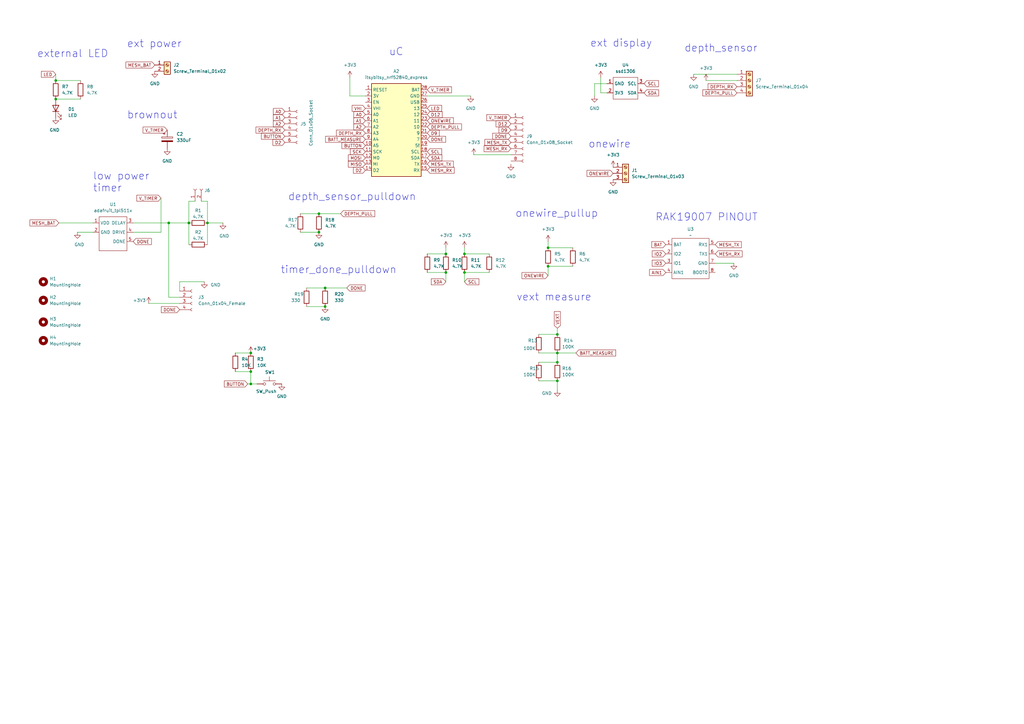
<source format=kicad_sch>
(kicad_sch (version 20231120) (generator "eeschema") (generator_version "8.0")
  (paper "A3")
  (lib_symbols
    (symbol "Connector:Conn_01x02_Socket" (pin_names (offset 1.016) hide)
      (property "Reference" "J" (at 0 2.54 0))
      (property "Value" "Conn_01x02_Socket" (at 0 -5.08 0))
      (symbol "Conn_01x02_Socket_1_1"
        (arc (start 0 -2.032) (mid -0.5058 -2.54) (end 0 -3.048) (stroke (width 0.1524)))
        (polyline (pts (xy -1.27 -2.54) (xy -0.508 -2.54)) (stroke (width 0.1524)))
        (polyline (pts (xy -1.27 0) (xy -0.508 0)) (stroke (width 0.1524)))
        (arc (start 0 0.508) (mid -0.5058 0) (end 0 -0.508) (stroke (width 0.1524)))
        (pin passive line (at -5.08 0 0) (length 3.81) (name "Pin_1") (number "1"))
        (pin passive line (at -5.08 -2.54 0) (length 3.81) (name "Pin_2") (number "2"))
      )
    )
    (symbol "Connector:Conn_01x04_Female" (pin_names (offset 1.016) hide)
      (property "Reference" "J" (at 0 5.08 0))
      (property "Value" "Conn_01x04_Female" (at 0 -7.62 0))
      (symbol "Conn_01x04_Female_1_1"
        (arc (start 0 -4.572) (mid -0.5058 -5.08) (end 0 -5.588) (stroke (width 0.1524)))
        (arc (start 0 -2.032) (mid -0.5058 -2.54) (end 0 -3.048) (stroke (width 0.1524)))
        (polyline (pts (xy -1.27 -5.08) (xy -0.508 -5.08)) (stroke (width 0.1524)))
        (polyline (pts (xy -1.27 -2.54) (xy -0.508 -2.54)) (stroke (width 0.1524)))
        (polyline (pts (xy -1.27 0) (xy -0.508 0)) (stroke (width 0.1524)))
        (polyline (pts (xy -1.27 2.54) (xy -0.508 2.54)) (stroke (width 0.1524)))
        (arc (start 0 0.508) (mid -0.5058 0) (end 0 -0.508) (stroke (width 0.1524)))
        (arc (start 0 3.048) (mid -0.5058 2.54) (end 0 2.032) (stroke (width 0.1524)))
        (pin passive line (at -5.08 2.54 0) (length 3.81) (name "Pin_1") (number "1"))
        (pin passive line (at -5.08 0 0) (length 3.81) (name "Pin_2") (number "2"))
        (pin passive line (at -5.08 -2.54 0) (length 3.81) (name "Pin_3") (number "3"))
        (pin passive line (at -5.08 -5.08 0) (length 3.81) (name "Pin_4") (number "4"))
      )
    )
    (symbol "Connector:Conn_01x06_Socket" (pin_names (offset 1.016) hide)
      (property "Reference" "J" (at 0 7.62 0))
      (property "Value" "Conn_01x06_Socket" (at 0 -10.16 0))
      (symbol "Conn_01x06_Socket_1_1"
        (arc (start 0 -7.112) (mid -0.5058 -7.62) (end 0 -8.128) (stroke (width 0.1524)))
        (arc (start 0 -4.572) (mid -0.5058 -5.08) (end 0 -5.588) (stroke (width 0.1524)))
        (arc (start 0 -2.032) (mid -0.5058 -2.54) (end 0 -3.048) (stroke (width 0.1524)))
        (polyline (pts (xy -1.27 -7.62) (xy -0.508 -7.62)) (stroke (width 0.1524)))
        (polyline (pts (xy -1.27 -5.08) (xy -0.508 -5.08)) (stroke (width 0.1524)))
        (polyline (pts (xy -1.27 -2.54) (xy -0.508 -2.54)) (stroke (width 0.1524)))
        (polyline (pts (xy -1.27 0) (xy -0.508 0)) (stroke (width 0.1524)))
        (polyline (pts (xy -1.27 2.54) (xy -0.508 2.54)) (stroke (width 0.1524)))
        (polyline (pts (xy -1.27 5.08) (xy -0.508 5.08)) (stroke (width 0.1524)))
        (arc (start 0 0.508) (mid -0.5058 0) (end 0 -0.508) (stroke (width 0.1524)))
        (arc (start 0 3.048) (mid -0.5058 2.54) (end 0 2.032) (stroke (width 0.1524)))
        (arc (start 0 5.588) (mid -0.5058 5.08) (end 0 4.572) (stroke (width 0.1524)))
        (pin passive line (at -5.08 5.08 0) (length 3.81) (name "Pin_1") (number "1"))
        (pin passive line (at -5.08 2.54 0) (length 3.81) (name "Pin_2") (number "2"))
        (pin passive line (at -5.08 0 0) (length 3.81) (name "Pin_3") (number "3"))
        (pin passive line (at -5.08 -2.54 0) (length 3.81) (name "Pin_4") (number "4"))
        (pin passive line (at -5.08 -5.08 0) (length 3.81) (name "Pin_5") (number "5"))
        (pin passive line (at -5.08 -7.62 0) (length 3.81) (name "Pin_6") (number "6"))
      )
    )
    (symbol "Connector:Conn_01x08_Socket" (pin_names (offset 1.016) hide)
      (property "Reference" "J" (at 0 10.16 0))
      (property "Value" "Conn_01x08_Socket" (at 0 -12.7 0))
      (symbol "Conn_01x08_Socket_1_1"
        (arc (start 0 -9.652) (mid -0.5058 -10.16) (end 0 -10.668) (stroke (width 0.1524)))
        (arc (start 0 -7.112) (mid -0.5058 -7.62) (end 0 -8.128) (stroke (width 0.1524)))
        (arc (start 0 -4.572) (mid -0.5058 -5.08) (end 0 -5.588) (stroke (width 0.1524)))
        (arc (start 0 -2.032) (mid -0.5058 -2.54) (end 0 -3.048) (stroke (width 0.1524)))
        (polyline (pts (xy -1.27 -10.16) (xy -0.508 -10.16)) (stroke (width 0.1524)))
        (polyline (pts (xy -1.27 -7.62) (xy -0.508 -7.62)) (stroke (width 0.1524)))
        (polyline (pts (xy -1.27 -5.08) (xy -0.508 -5.08)) (stroke (width 0.1524)))
        (polyline (pts (xy -1.27 -2.54) (xy -0.508 -2.54)) (stroke (width 0.1524)))
        (polyline (pts (xy -1.27 0) (xy -0.508 0)) (stroke (width 0.1524)))
        (polyline (pts (xy -1.27 2.54) (xy -0.508 2.54)) (stroke (width 0.1524)))
        (polyline (pts (xy -1.27 5.08) (xy -0.508 5.08)) (stroke (width 0.1524)))
        (polyline (pts (xy -1.27 7.62) (xy -0.508 7.62)) (stroke (width 0.1524)))
        (arc (start 0 0.508) (mid -0.5058 0) (end 0 -0.508) (stroke (width 0.1524)))
        (arc (start 0 3.048) (mid -0.5058 2.54) (end 0 2.032) (stroke (width 0.1524)))
        (arc (start 0 5.588) (mid -0.5058 5.08) (end 0 4.572) (stroke (width 0.1524)))
        (arc (start 0 8.128) (mid -0.5058 7.62) (end 0 7.112) (stroke (width 0.1524)))
        (pin passive line (at -5.08 7.62 0) (length 3.81) (name "Pin_1") (number "1"))
        (pin passive line (at -5.08 5.08 0) (length 3.81) (name "Pin_2") (number "2"))
        (pin passive line (at -5.08 2.54 0) (length 3.81) (name "Pin_3") (number "3"))
        (pin passive line (at -5.08 0 0) (length 3.81) (name "Pin_4") (number "4"))
        (pin passive line (at -5.08 -2.54 0) (length 3.81) (name "Pin_5") (number "5"))
        (pin passive line (at -5.08 -5.08 0) (length 3.81) (name "Pin_6") (number "6"))
        (pin passive line (at -5.08 -7.62 0) (length 3.81) (name "Pin_7") (number "7"))
        (pin passive line (at -5.08 -10.16 0) (length 3.81) (name "Pin_8") (number "8"))
      )
    )
    (symbol "Connector:Screw_Terminal_01x02" (pin_names (offset 1.016) hide)
      (property "Reference" "J" (at 0 2.54 0))
      (property "Value" "Screw_Terminal_01x02" (at 0 -5.08 0))
      (symbol "Screw_Terminal_01x02_1_1"
        (rectangle (start -1.27 1.27) (end 1.27 -3.81) (stroke (width 0.254)) (fill (type background)))
        (circle (center 0 -2.54) (radius 0.635) (stroke (width 0.1524)))
        (polyline (pts (xy -0.5334 -2.2098) (xy 0.3302 -3.048)) (stroke (width 0.1524)))
        (polyline (pts (xy -0.5334 0.3302) (xy 0.3302 -0.508)) (stroke (width 0.1524)))
        (polyline (pts (xy -0.3556 -2.032) (xy 0.508 -2.8702)) (stroke (width 0.1524)))
        (polyline (pts (xy -0.3556 0.508) (xy 0.508 -0.3302)) (stroke (width 0.1524)))
        (circle (center 0 0) (radius 0.635) (stroke (width 0.1524)))
        (pin passive line (at -5.08 0 0) (length 3.81) (name "Pin_1") (number "1"))
        (pin passive line (at -5.08 -2.54 0) (length 3.81) (name "Pin_2") (number "2"))
      )
    )
    (symbol "Connector:Screw_Terminal_01x03" (pin_names (offset 1.016) hide)
      (property "Reference" "J" (at 0 5.08 0))
      (property "Value" "Screw_Terminal_01x03" (at 0 -5.08 0))
      (symbol "Screw_Terminal_01x03_1_1"
        (rectangle (start -1.27 3.81) (end 1.27 -3.81) (stroke (width 0.254)) (fill (type background)))
        (circle (center 0 -2.54) (radius 0.635) (stroke (width 0.1524)))
        (polyline (pts (xy -0.5334 -2.2098) (xy 0.3302 -3.048)) (stroke (width 0.1524)))
        (polyline (pts (xy -0.5334 0.3302) (xy 0.3302 -0.508)) (stroke (width 0.1524)))
        (polyline (pts (xy -0.5334 2.8702) (xy 0.3302 2.032)) (stroke (width 0.1524)))
        (polyline (pts (xy -0.3556 -2.032) (xy 0.508 -2.8702)) (stroke (width 0.1524)))
        (polyline (pts (xy -0.3556 0.508) (xy 0.508 -0.3302)) (stroke (width 0.1524)))
        (polyline (pts (xy -0.3556 3.048) (xy 0.508 2.2098)) (stroke (width 0.1524)))
        (circle (center 0 0) (radius 0.635) (stroke (width 0.1524)))
        (circle (center 0 2.54) (radius 0.635) (stroke (width 0.1524)))
        (pin passive line (at -5.08 2.54 0) (length 3.81) (name "Pin_1") (number "1"))
        (pin passive line (at -5.08 0 0) (length 3.81) (name "Pin_2") (number "2"))
        (pin passive line (at -5.08 -2.54 0) (length 3.81) (name "Pin_3") (number "3"))
      )
    )
    (symbol "Connector:Screw_Terminal_01x04" (pin_names (offset 1.016) hide)
      (property "Reference" "J" (at 0 5.08 0))
      (property "Value" "Screw_Terminal_01x04" (at 0 -7.62 0))
      (symbol "Screw_Terminal_01x04_1_1"
        (rectangle (start -1.27 3.81) (end 1.27 -6.35) (stroke (width 0.254)) (fill (type background)))
        (circle (center 0 -5.08) (radius 0.635) (stroke (width 0.1524)))
        (circle (center 0 -2.54) (radius 0.635) (stroke (width 0.1524)))
        (polyline (pts (xy -0.5334 -4.7498) (xy 0.3302 -5.588)) (stroke (width 0.1524)))
        (polyline (pts (xy -0.5334 -2.2098) (xy 0.3302 -3.048)) (stroke (width 0.1524)))
        (polyline (pts (xy -0.5334 0.3302) (xy 0.3302 -0.508)) (stroke (width 0.1524)))
        (polyline (pts (xy -0.5334 2.8702) (xy 0.3302 2.032)) (stroke (width 0.1524)))
        (polyline (pts (xy -0.3556 -4.572) (xy 0.508 -5.4102)) (stroke (width 0.1524)))
        (polyline (pts (xy -0.3556 -2.032) (xy 0.508 -2.8702)) (stroke (width 0.1524)))
        (polyline (pts (xy -0.3556 0.508) (xy 0.508 -0.3302)) (stroke (width 0.1524)))
        (polyline (pts (xy -0.3556 3.048) (xy 0.508 2.2098)) (stroke (width 0.1524)))
        (circle (center 0 0) (radius 0.635) (stroke (width 0.1524)))
        (circle (center 0 2.54) (radius 0.635) (stroke (width 0.1524)))
        (pin passive line (at -5.08 2.54 0) (length 3.81) (name "Pin_1") (number "1"))
        (pin passive line (at -5.08 0 0) (length 3.81) (name "Pin_2") (number "2"))
        (pin passive line (at -5.08 -2.54 0) (length 3.81) (name "Pin_3") (number "3"))
        (pin passive line (at -5.08 -5.08 0) (length 3.81) (name "Pin_4") (number "4"))
      )
    )
    (symbol "Device:C_Polarized" (pin_numbers hide) (pin_names (offset 0.254))
      (property "Reference" "C" (at 0.635 2.54 0))
      (property "Value" "C_Polarized" (at 0.635 -2.54 0))
      (symbol "C_Polarized_0_1"
        (rectangle (start -2.286 0.508) (end 2.286 1.016))
        (polyline (pts (xy -1.778 2.286) (xy -0.762 2.286)))
        (polyline (pts (xy -1.27 2.794) (xy -1.27 1.778)))
        (rectangle (start 2.286 -0.508) (end -2.286 -1.016) (fill (type outline)))
      )
      (symbol "C_Polarized_1_1"
        (pin passive line (at 0 3.81 270) (length 2.794) (name "~") (number "1"))
        (pin passive line (at 0 -3.81 90) (length 2.794) (name "~") (number "2"))
      )
    )
    (symbol "Device:LED" (pin_numbers hide) (pin_names (offset 1.016) hide)
      (property "Reference" "D" (at 0 2.54 0))
      (property "Value" "LED" (at 0 -2.54 0))
      (symbol "LED_0_1"
        (polyline (pts (xy -1.27 -1.27) (xy -1.27 1.27)) (stroke (width 0.254)))
        (polyline (pts (xy -1.27 0) (xy 1.27 0)))
        (polyline (pts (xy 1.27 -1.27) (xy 1.27 1.27) (xy -1.27 0) (xy 1.27 -1.27)) (stroke (width 0.254)))
        (polyline (pts (xy -3.048 -0.762) (xy -4.572 -2.286) (xy -3.81 -2.286) (xy -4.572 -2.286) (xy -4.572 -1.524)))
        (polyline (pts (xy -1.778 -0.762) (xy -3.302 -2.286) (xy -2.54 -2.286) (xy -3.302 -2.286) (xy -3.302 -1.524)))
      )
      (symbol "LED_1_1"
        (pin passive line (at -3.81 0 0) (length 2.54) (name "K") (number "1"))
        (pin passive line (at 3.81 0 180) (length 2.54) (name "A") (number "2"))
      )
    )
    (symbol "Device:R" (pin_numbers hide) (pin_names (offset 0))
      (property "Reference" "R" (at 2.032 0 90))
      (property "Value" "R" (at 0 0 90))
      (symbol "R_0_1"
        (rectangle (start -1.016 -2.54) (end 1.016 2.54) (stroke (width 0.254)))
      )
      (symbol "R_1_1"
        (pin passive line (at 0 3.81 270) (length 1.27) (name "~") (number "1"))
        (pin passive line (at 0 -3.81 90) (length 1.27) (name "~") (number "2"))
      )
    )
    (symbol "GND_11" (power) (pin_names (offset 0))
      (property "Value" "GND_11" (at 0 -3.81 0))
      (symbol "GND_11_0_1"
        (polyline (pts (xy 0 0) (xy 0 -1.27) (xy 1.27 -1.27) (xy 0 -2.54) (xy -1.27 -1.27) (xy 0 -1.27)))
      )
      (symbol "GND_11_1_1"
        (pin power_in line (at 0 0 270) (length 0) hide (name "GND") (number "1"))
      )
    )
    (symbol "GND_2" (power) (pin_names (offset 0))
      (property "Value" "GND_2" (at 0 -3.81 0))
      (symbol "GND_2_0_1"
        (polyline (pts (xy 0 0) (xy 0 -1.27) (xy 1.27 -1.27) (xy 0 -2.54) (xy -1.27 -1.27) (xy 0 -1.27)))
      )
      (symbol "GND_2_1_1"
        (pin power_in line (at 0 0 270) (length 0) hide (name "GND") (number "1"))
      )
    )
    (symbol "Mechanical:MountingHole" (pin_names (offset 1.016))
      (property "Reference" "H" (at 0 5.08 0))
      (property "Value" "MountingHole" (at 0 3.175 0))
      (symbol "MountingHole_0_1"
        (circle (center 0 0) (radius 1.27) (stroke (width 1.27)))
      )
    )
    (symbol "Switch:SW_Push" (pin_numbers hide) (pin_names (offset 1.016) hide)
      (property "Reference" "SW" (at 1.27 2.54 0))
      (property "Value" "SW_Push" (at 0 -1.524 0))
      (symbol "SW_Push_0_1"
        (circle (center -2.032 0) (radius 0.508))
        (polyline (pts (xy 0 1.27) (xy 0 3.048)))
        (polyline (pts (xy 2.54 1.27) (xy -2.54 1.27)))
        (circle (center 2.032 0) (radius 0.508))
        (pin passive line (at -5.08 0 0) (length 2.54) (name "1") (number "1"))
        (pin passive line (at 5.08 0 180) (length 2.54) (name "2") (number "2"))
      )
    )
    (symbol "lucc:itsybitsy_nrf52840_express"
      (property "Reference" "A" (at -10.16 28.575 0))
      (property "Value" "itsybitsy_nrf52840_express" (at -5.842 29.718 0))
      (symbol "itsybitsy_nrf52840_express_0_1"
        (rectangle (start -10.16 22.86) (end 10.16 -15.24) (stroke (width 0.254)) (fill (type background)))
      )
      (symbol "itsybitsy_nrf52840_express_1_1"
        (pin bidirectional line (at -12.7 20.32 0) (length 2.54) (name "RESET") (number "1"))
        (pin bidirectional line (at -12.7 -2.54 0) (length 2.54) (name "A5") (number "10"))
        (pin bidirectional line (at -12.7 -5.08 0) (length 2.54) (name "SCK") (number "11"))
        (pin bidirectional line (at -12.7 -7.62 0) (length 2.54) (name "M0") (number "12"))
        (pin bidirectional line (at -12.7 -10.16 0) (length 2.54) (name "MI") (number "13"))
        (pin bidirectional line (at -12.7 -12.7 0) (length 2.54) (name "D2") (number "14"))
        (pin bidirectional line (at 12.7 -12.7 180) (length 2.54) (name "RX") (number "15"))
        (pin bidirectional line (at 12.7 -10.16 180) (length 2.54) (name "TX") (number "16"))
        (pin bidirectional line (at 12.7 -7.62 180) (length 2.54) (name "SDA") (number "17"))
        (pin bidirectional line (at 12.7 -5.08 180) (length 2.54) (name "SCL") (number "18"))
        (pin bidirectional line (at 12.7 -2.54 180) (length 2.54) (name "5!") (number "19"))
        (pin bidirectional line (at -12.7 17.78 0) (length 2.54) (name "3V") (number "2"))
        (pin bidirectional line (at 12.7 0 180) (length 2.54) (name "7") (number "20"))
        (pin bidirectional line (at 12.7 2.54 180) (length 2.54) (name "9") (number "21"))
        (pin bidirectional line (at 12.7 5.08 180) (length 2.54) (name "10") (number "22"))
        (pin bidirectional line (at 12.7 7.62 180) (length 2.54) (name "11") (number "23"))
        (pin bidirectional line (at 12.7 10.16 180) (length 2.54) (name "12") (number "24"))
        (pin input line (at 12.7 12.7 180) (length 2.54) (name "13") (number "25"))
        (pin input line (at 12.7 15.24 180) (length 2.54) (name "USB") (number "26"))
        (pin input line (at 12.7 17.78 180) (length 2.54) (name "GND") (number "27"))
        (pin input line (at 12.7 20.32 180) (length 2.54) (name "BAT") (number "28"))
        (pin bidirectional line (at -12.7 15.24 0) (length 2.54) (name "EN") (number "3"))
        (pin bidirectional line (at -12.7 12.7 0) (length 2.54) (name "VHI") (number "4"))
        (pin bidirectional line (at -12.7 10.16 0) (length 2.54) (name "A0") (number "5"))
        (pin bidirectional line (at -12.7 7.62 0) (length 2.54) (name "A1") (number "6"))
        (pin bidirectional line (at -12.7 5.08 0) (length 2.54) (name "A2") (number "7"))
        (pin bidirectional line (at -12.7 2.54 0) (length 2.54) (name "A3") (number "8"))
        (pin bidirectional line (at -12.7 0 0) (length 2.54) (name "A4") (number "9"))
      )
    )
    (symbol "picoco2:ssd1306"
      (property "Reference" "U" (at 0 0 0))
      (property "Value" "ssd1306" (at 0 0 0))
      (symbol "ssd1306_0_1"
        (rectangle (start 3.81 -1.27) (end -6.35 -10.16))
      )
      (symbol "ssd1306_1_1"
        (pin input line (at -8.89 -3.81 0) (length 2.54) (name "GND") (number "1"))
        (pin input line (at -8.89 -7.62 0) (length 2.54) (name "3V3") (number "2"))
        (pin input line (at 6.35 -3.81 180) (length 2.54) (name "SCL") (number "3"))
        (pin input line (at 6.35 -7.62 180) (length 2.54) (name "SDA") (number "4"))
      )
    )
    (symbol "power:+3V3" (power) (pin_names (offset 0))
      (property "Value" "+3V3" (at 0 3.556 0))
      (symbol "+3V3_0_1"
        (polyline (pts (xy -0.762 1.27) (xy 0 2.54)))
        (polyline (pts (xy 0 0) (xy 0 2.54)))
        (polyline (pts (xy 0 2.54) (xy 0.762 1.27)))
      )
      (symbol "+3V3_1_1"
        (pin power_in line (at 0 0 90) (length 0) hide (name "+3V3") (number "1"))
      )
    )
    (symbol "power:GND" (power) (pin_names (offset 0))
      (property "Value" "GND" (at 0 -3.81 0))
      (symbol "GND_0_1"
        (polyline (pts (xy 0 0) (xy 0 -1.27) (xy 1.27 -1.27) (xy 0 -2.54) (xy -1.27 -1.27) (xy 0 -1.27)))
      )
      (symbol "GND_1_1"
        (pin power_in line (at 0 0 270) (length 0) hide (name "GND") (number "1"))
      )
    )
    (symbol "rak19007:rak19007"
      (property "Reference" "U" (at -2.032 5.842 0))
      (symbol "rak19007_0_1"
        (rectangle (start -7.62 3.81) (end 7.62 -12.7))
      )
      (symbol "rak19007_1_1"
        (pin input line (at -10.16 1.27 0) (length 2.54) (name "BAT") (number "1"))
        (pin input line (at -10.16 -2.54 0) (length 2.54) (name "IO2") (number "2"))
        (pin input line (at -10.16 -6.35 0) (length 2.54) (name "IO1") (number "3"))
        (pin input line (at -10.16 -10.16 0) (length 2.54) (name "AIN1") (number "4"))
        (pin input line (at 10.16 1.27 180) (length 2.54) (name "RX1") (number "5"))
        (pin input line (at 10.16 -2.54 180) (length 2.54) (name "TX1") (number "6"))
        (pin input line (at 10.16 -6.35 180) (length 2.54) (name "GND") (number "7"))
        (pin input line (at 10.16 -10.16 180) (length 2.54) (name "BOOT0") (number "8"))
      )
    )
    (symbol "sweet-p:adafruit_tpl511x"
      (property "Reference" "U" (at 0 10.16 0))
      (property "Value" "adafruit_tpl511x" (at 0 3.81 0))
      (symbol "adafruit_tpl511x_0_1"
        (rectangle (start -5.08 1.27) (end 6.35 -12.7))
      )
      (symbol "adafruit_tpl511x_1_1"
        (pin input line (at -7.62 -1.27 0) (length 2.54) (name "VDD") (number "1"))
        (pin input line (at -7.62 -5.08 0) (length 2.54) (name "GND") (number "2"))
        (pin input line (at 8.89 -1.27 180) (length 2.54) (name "DELAY") (number "3"))
        (pin input line (at 8.89 -5.08 180) (length 2.54) (name "DRIVE") (number "4"))
        (pin input line (at 8.89 -8.89 180) (length 2.54) (name "DONE") (number "5"))
      )
    )
  )
  (junction (at 130.81 87.63))
  (junction (at 182.88 104.14))
  (junction (at 133.35 118.11))
  (junction (at 130.81 95.25))
  (junction (at 228.6 137.16))
  (junction (at 85.09 91.44))
  (junction (at 190.5 104.14))
  (junction (at 190.5 111.76))
  (junction (at 224.79 101.6))
  (junction (at 228.6 148.59))
  (junction (at 228.6 156.21))
  (junction (at 77.47 91.44))
  (junction (at 102.87 157.48))
  (junction (at 182.88 111.76))
  (junction (at 22.86 33.02))
  (junction (at 69.215 91.44))
  (junction (at 133.35 125.73))
  (junction (at 22.86 40.64))
  (junction (at 228.6 144.78))
  (junction (at 224.79 109.22))
  (junction (at 102.87 144.78))
  (junction (at 102.87 152.4))
  (wire (pts (xy 284.48 30.48) (xy 302.26 30.48)))
  (wire (pts (xy 133.35 118.11) (xy 142.24 118.11)))
  (wire (pts (xy 182.88 111.76) (xy 182.88 115.57)))
  (wire (pts (xy 175.26 39.37) (xy 193.04 39.37)))
  (wire (pts (xy 228.6 134.62) (xy 228.6 137.16)))
  (wire (pts (xy 125.73 118.11) (xy 133.35 118.11)))
  (wire (pts (xy 224.79 109.22) (xy 224.79 113.03)))
  (wire (pts (xy 224.79 109.22) (xy 234.95 109.22)))
  (wire (pts (xy 190.5 111.76) (xy 190.5 115.57)))
  (wire (pts (xy 125.73 125.73) (xy 133.35 125.73)))
  (wire (pts (xy 194.31 63.5) (xy 209.55 63.5)))
  (wire (pts (xy 69.215 91.44) (xy 69.215 121.92)))
  (wire (pts (xy 228.6 144.78) (xy 228.6 148.59)))
  (wire (pts (xy 77.47 82.55) (xy 80.01 82.55)))
  (wire (pts (xy 85.09 91.44) (xy 85.09 100.33)))
  (wire (pts (xy 22.86 33.02) (xy 33.02 33.02)))
  (wire (pts (xy 228.6 156.21) (xy 228.6 160.02)))
  (wire (pts (xy 123.19 95.25) (xy 130.81 95.25)))
  (wire (pts (xy 246.38 31.75) (xy 246.38 38.1)))
  (wire (pts (xy 190.5 111.76) (xy 200.66 111.76)))
  (wire (pts (xy 101.6 157.48) (xy 102.87 157.48)))
  (wire (pts (xy 69.215 91.44) (xy 77.47 91.44)))
  (wire (pts (xy 77.47 91.44) (xy 77.47 82.55)))
  (wire (pts (xy 22.86 30.48) (xy 22.86 33.02)))
  (wire (pts (xy 220.98 156.21) (xy 228.6 156.21)))
  (wire (pts (xy 73.66 115.57) (xy 83.82 115.57)))
  (wire (pts (xy 130.81 87.63) (xy 139.7 87.63)))
  (wire (pts (xy 123.19 87.63) (xy 130.81 87.63)))
  (wire (pts (xy 22.86 40.64) (xy 33.02 40.64)))
  (wire (pts (xy 85.09 91.44) (xy 91.44 91.44)))
  (wire (pts (xy 149.86 39.37) (xy 143.51 39.37)))
  (wire (pts (xy 85.09 82.55) (xy 82.55 82.55)))
  (wire (pts (xy 224.79 101.6) (xy 234.95 101.6)))
  (wire (pts (xy 24.13 91.44) (xy 38.1 91.44)))
  (wire (pts (xy 102.87 157.48) (xy 102.87 152.4)))
  (wire (pts (xy 224.79 99.06) (xy 224.79 101.6)))
  (wire (pts (xy 190.5 101.6) (xy 190.5 104.14)))
  (wire (pts (xy 96.52 152.4) (xy 102.87 152.4)))
  (wire (pts (xy 243.84 34.29) (xy 243.84 39.37)))
  (wire (pts (xy 73.66 119.38) (xy 73.66 115.57)))
  (wire (pts (xy 220.98 144.78) (xy 228.6 144.78)))
  (wire (pts (xy 228.6 144.78) (xy 236.22 144.78)))
  (wire (pts (xy 85.09 91.44) (xy 85.09 82.55)))
  (wire (pts (xy 248.92 34.29) (xy 243.84 34.29)))
  (wire (pts (xy 182.88 101.6) (xy 182.88 104.14)))
  (wire (pts (xy 248.92 38.1) (xy 246.38 38.1)))
  (wire (pts (xy 77.47 91.44) (xy 77.47 100.33)))
  (wire (pts (xy 190.5 104.14) (xy 200.66 104.14)))
  (wire (pts (xy 289.56 33.02) (xy 302.26 33.02)))
  (wire (pts (xy 31.75 95.25) (xy 38.1 95.25)))
  (wire (pts (xy 54.61 91.44) (xy 69.215 91.44)))
  (wire (pts (xy 60.96 124.46) (xy 73.66 124.46)))
  (wire (pts (xy 66.04 81.28) (xy 66.04 95.25)))
  (wire (pts (xy 54.61 95.25) (xy 66.04 95.25)))
  (wire (pts (xy 69.215 121.92) (xy 73.66 121.92)))
  (wire (pts (xy 175.26 104.14) (xy 182.88 104.14)))
  (wire (pts (xy 105.41 157.48) (xy 102.87 157.48)))
  (wire (pts (xy 143.51 39.37) (xy 143.51 31.75)))
  (wire (pts (xy 220.98 148.59) (xy 228.6 148.59)))
  (wire (pts (xy 96.52 144.78) (xy 102.87 144.78)))
  (wire (pts (xy 220.98 137.16) (xy 228.6 137.16)))
  (wire (pts (xy 175.26 111.76) (xy 182.88 111.76)))
  (wire (pts (xy 293.37 107.95) (xy 300.99 107.95)))
  (text "brownout" (at 52.07 49.022 0) (effects (font (size 3.048 3.048)) (justify left bottom)))
  (text "depth_sensor_pulldown" (at 118.11 82.55 0) (effects (font (size 3.048 3.048)) (justify left bottom)))
  (text "vext measure" (at 211.836 123.698 0) (effects (font (size 3.048 3.048)) (justify left bottom)))
  (text "onewire" (at 241.3 60.96 0) (effects (font (size 3.048 3.048)) (justify left bottom)))
  (text "timer_done_pulldown" (at 115.062 112.522 0) (effects (font (size 3.048 3.048)) (justify left bottom)))
  (text "uC" (at 159.512 23.114 0) (effects (font (size 3.048 3.048)) (justify left bottom)))
  (text "onewire_pullup" (at 211.328 89.408 0) (effects (font (size 3.048 3.048)) (justify left bottom)))
  (text "external LED" (at 15.24 23.876 0) (effects (font (size 3.048 3.048)) (justify left bottom)))
  (text "depth_sensor" (at 280.67 21.59 0) (effects (font (size 3.048 3.048)) (justify left bottom)))
  (text "low power\ntimer" (at 38.1 78.994 0) (effects (font (size 3.048 3.048)) (justify left bottom)))
  (text "ext power" (at 52.07 19.812 0) (effects (font (size 3.048 3.048)) (justify left bottom)))
  (text "ext display" (at 242.062 19.558 0) (effects (font (size 3.048 3.048)) (justify left bottom)))
  (text "RAK19007 PINOUT" (at 268.732 90.932 0) (effects (font (size 3.048 3.048)) (justify left bottom)))
  (global_label "A2" (shape input) (at 116.84 50.8 180) (property "Intersheetrefs" "${INTERSHEET_REFS}" (effects (hide yes))))
  (global_label "V_TIMER" (shape input) (at 209.55 48.26 180) (property "Intersheetrefs" "${INTERSHEET_REFS}" (effects (hide yes))))
  (global_label "DONE" (shape input) (at 209.55 55.88 180) (property "Intersheetrefs" "${INTERSHEET_REFS}" (effects (hide yes))))
  (global_label "D9" (shape input) (at 209.55 53.34 180) (property "Intersheetrefs" "${INTERSHEET_REFS}" (effects (hide yes))))
  (global_label "DEPTH_PULL" (shape input) (at 139.7 87.63 0) (property "Intersheetrefs" "${INTERSHEET_REFS}" (effects (hide yes))))
  (global_label "MESH_RX" (shape input) (at 175.26 69.85 0) (property "Intersheetrefs" "${INTERSHEET_REFS}" (effects (hide yes))))
  (global_label "SCL" (shape input) (at 190.5 115.57 0) (property "Intersheetrefs" "${INTERSHEET_REFS}" (effects (hide yes))))
  (global_label "SCL" (shape input) (at 264.16 34.29 0) (property "Intersheetrefs" "${INTERSHEET_REFS}" (effects (hide yes))))
  (global_label "VHI" (shape input) (at 149.86 44.45 180) (property "Intersheetrefs" "${INTERSHEET_REFS}" (effects (hide yes))))
  (global_label "VEXT" (shape input) (at 228.6 134.62 90) (property "Intersheetrefs" "${INTERSHEET_REFS}" (effects (hide yes))))
  (global_label "ONEWIRE" (shape input) (at 251.46 71.12 180) (property "Intersheetrefs" "${INTERSHEET_REFS}" (effects (hide yes))))
  (global_label "SDA" (shape input) (at 182.88 115.57 180) (property "Intersheetrefs" "${INTERSHEET_REFS}" (effects (hide yes))))
  (global_label "BUTTON" (shape input) (at 149.86 59.69 180) (property "Intersheetrefs" "${INTERSHEET_REFS}" (effects (hide yes))))
  (global_label "SCK" (shape input) (at 149.86 62.23 180) (property "Intersheetrefs" "${INTERSHEET_REFS}" (effects (hide yes))))
  (global_label "V_TIMER" (shape input) (at 66.04 81.28 180) (property "Intersheetrefs" "${INTERSHEET_REFS}" (effects (hide yes))))
  (global_label "DEPTH_RX" (shape input) (at 302.26 35.56 180) (property "Intersheetrefs" "${INTERSHEET_REFS}" (effects (hide yes))))
  (global_label "MESH_BAT" (shape input) (at 63.5 26.67 180) (property "Intersheetrefs" "${INTERSHEET_REFS}" (effects (hide yes))))
  (global_label "BUTTON" (shape input) (at 116.84 55.88 180) (property "Intersheetrefs" "${INTERSHEET_REFS}" (effects (hide yes))))
  (global_label "DEPTH_PULL" (shape input) (at 302.26 38.1 180) (property "Intersheetrefs" "${INTERSHEET_REFS}" (effects (hide yes))))
  (global_label "D2" (shape input) (at 149.86 69.85 180) (property "Intersheetrefs" "${INTERSHEET_REFS}" (effects (hide yes))))
  (global_label "MESH_TX" (shape input) (at 209.55 58.42 180) (property "Intersheetrefs" "${INTERSHEET_REFS}" (effects (hide yes))))
  (global_label "BAT" (shape input) (at 273.05 100.33 180) (property "Intersheetrefs" "${INTERSHEET_REFS}" (effects (hide yes))))
  (global_label "D9" (shape input) (at 175.26 54.61 0) (property "Intersheetrefs" "${INTERSHEET_REFS}" (effects (hide yes))))
  (global_label "LED" (shape input) (at 175.26 44.45 0) (property "Intersheetrefs" "${INTERSHEET_REFS}" (effects (hide yes))))
  (global_label "MISO" (shape input) (at 149.86 67.31 180) (property "Intersheetrefs" "${INTERSHEET_REFS}" (effects (hide yes))))
  (global_label "DONE" (shape input) (at 175.26 57.15 0) (property "Intersheetrefs" "${INTERSHEET_REFS}" (effects (hide yes))))
  (global_label "V_TIMER" (shape input) (at 68.58 53.34 180) (property "Intersheetrefs" "${INTERSHEET_REFS}" (effects (hide yes))))
  (global_label "D12" (shape input) (at 175.26 46.99 0) (property "Intersheetrefs" "${INTERSHEET_REFS}" (effects (hide yes))))
  (global_label "DEPTH_RX" (shape input) (at 149.86 54.61 180) (property "Intersheetrefs" "${INTERSHEET_REFS}" (effects (hide yes))))
  (global_label "LED" (shape input) (at 22.86 30.48 180) (property "Intersheetrefs" "${INTERSHEET_REFS}" (effects (hide yes))))
  (global_label "DONE" (shape input) (at 54.61 99.06 0) (property "Intersheetrefs" "${INTERSHEET_REFS}" (effects (hide yes))))
  (global_label "MESH_TX" (shape input) (at 293.37 100.33 0) (property "Intersheetrefs" "${INTERSHEET_REFS}" (effects (hide yes))))
  (global_label "IO2" (shape input) (at 273.05 104.14 180) (property "Intersheetrefs" "${INTERSHEET_REFS}" (effects (hide yes))))
  (global_label "A0" (shape input) (at 116.84 45.72 180) (property "Intersheetrefs" "${INTERSHEET_REFS}" (effects (hide yes))))
  (global_label "ONEWIRE" (shape input) (at 175.26 49.53 0) (property "Intersheetrefs" "${INTERSHEET_REFS}" (effects (hide yes))))
  (global_label "MESH_RX" (shape input) (at 209.55 60.96 180) (property "Intersheetrefs" "${INTERSHEET_REFS}" (effects (hide yes))))
  (global_label "A1" (shape input) (at 149.86 49.53 180) (property "Intersheetrefs" "${INTERSHEET_REFS}" (effects (hide yes))))
  (global_label "BUTTON" (shape input) (at 101.6 157.48 180) (property "Intersheetrefs" "${INTERSHEET_REFS}" (effects (hide yes))))
  (global_label "AIN1" (shape input) (at 273.05 111.76 180) (property "Intersheetrefs" "${INTERSHEET_REFS}" (effects (hide yes))))
  (global_label "A0" (shape input) (at 149.86 46.99 180) (property "Intersheetrefs" "${INTERSHEET_REFS}" (effects (hide yes))))
  (global_label "MESH_TX" (shape input) (at 175.26 67.31 0) (property "Intersheetrefs" "${INTERSHEET_REFS}" (effects (hide yes))))
  (global_label "MOSI" (shape input) (at 149.86 64.77 180) (property "Intersheetrefs" "${INTERSHEET_REFS}" (effects (hide yes))))
  (global_label "BATT_MEASURE" (shape input) (at 236.22 144.78 0) (property "Intersheetrefs" "${INTERSHEET_REFS}" (effects (hide yes))))
  (global_label "V_TIMER" (shape input) (at 175.26 36.83 0) (property "Intersheetrefs" "${INTERSHEET_REFS}" (effects (hide yes))))
  (global_label "A1" (shape input) (at 116.84 48.26 180) (property "Intersheetrefs" "${INTERSHEET_REFS}" (effects (hide yes))))
  (global_label "DONE" (shape input) (at 73.66 127 180) (property "Intersheetrefs" "${INTERSHEET_REFS}" (effects (hide yes))))
  (global_label "MESH_BAT" (shape input) (at 24.13 91.44 180) (property "Intersheetrefs" "${INTERSHEET_REFS}" (effects (hide yes))))
  (global_label "BATT_MEASURE" (shape input) (at 149.86 57.15 180) (property "Intersheetrefs" "${INTERSHEET_REFS}" (effects (hide yes))))
  (global_label "ONEWIRE" (shape input) (at 224.79 113.03 180) (property "Intersheetrefs" "${INTERSHEET_REFS}" (effects (hide yes))))
  (global_label "SDA" (shape input) (at 264.16 38.1 0) (property "Intersheetrefs" "${INTERSHEET_REFS}" (effects (hide yes))))
  (global_label "D12" (shape input) (at 209.55 50.8 180) (property "Intersheetrefs" "${INTERSHEET_REFS}" (effects (hide yes))))
  (global_label "DEPTH_PULL" (shape input) (at 175.26 52.07 0) (property "Intersheetrefs" "${INTERSHEET_REFS}" (effects (hide yes))))
  (global_label "DONE" (shape input) (at 142.24 118.11 0) (property "Intersheetrefs" "${INTERSHEET_REFS}" (effects (hide yes))))
  (global_label "DEPTH_RX" (shape input) (at 116.84 53.34 180) (property "Intersheetrefs" "${INTERSHEET_REFS}" (effects (hide yes))))
  (global_label "A2" (shape input) (at 149.86 52.07 180) (property "Intersheetrefs" "${INTERSHEET_REFS}" (effects (hide yes))))
  (global_label "D2" (shape input) (at 116.84 58.42 180) (property "Intersheetrefs" "${INTERSHEET_REFS}" (effects (hide yes))))
  (global_label "SCL" (shape input) (at 175.26 62.23 0) (property "Intersheetrefs" "${INTERSHEET_REFS}" (effects (hide yes))))
  (global_label "SDA" (shape input) (at 175.26 64.77 0) (property "Intersheetrefs" "${INTERSHEET_REFS}" (effects (hide yes))))
  (global_label "IO3" (shape input) (at 273.05 107.95 180) (property "Intersheetrefs" "${INTERSHEET_REFS}" (effects (hide yes))))
  (global_label "MESH_RX" (shape input) (at 293.37 104.14 0) (property "Intersheetrefs" "${INTERSHEET_REFS}" (effects (hide yes))))
  (symbol (lib_id "power:GND") (at 228.6 160.02 0) (unit 1)
    (property "Reference" "#PWR022" (effects (hide yes)))
    (property "Value" "GND" (at 222.25 161.29 0) (effects (justify left)))
  )
  (symbol (lib_id "rak19007:rak19007") (at 283.21 101.6 0) (unit 1)
    (property "Reference" "U3" (at 283.21 93.98 0))
    (property "Value" "~" (at 283.21 96.52 0))
    (property "Footprint" "rak19007:rak19007" (effects (hide yes)))
  )
  (symbol (lib_id "Mechanical:MountingHole") (at 17.78 123.19 0) (unit 1)
    (property "Reference" "H2" (at 20.32 121.9199 0) (effects (justify left)))
    (property "Value" "MountingHole" (at 20.32 124.4599 0) (effects (justify left)))
    (property "Footprint" "MountingHole:MountingHole_3.2mm_M3" (effects (hide yes)))
  )
  (symbol (lib_id "power:+3V3") (at 289.56 33.02 0) (unit 1)
    (property "Reference" "#PWR030" (effects (hide yes)))
    (property "Value" "+3V3" (at 289.56 27.94 0))
  )
  (symbol (lib_id "power:+3V3") (at 246.38 31.75 0) (unit 1)
    (property "Reference" "#PWR036" (effects (hide yes)))
    (property "Value" "+3V3" (at 246.38 26.67 0))
  )
  (symbol (lib_id "power:+3V3") (at 143.51 31.75 0) (unit 1)
    (property "Reference" "#PWR018" (effects (hide yes)))
    (property "Value" "+3V3" (at 143.51 26.67 0))
  )
  (symbol (lib_id "Connector:Conn_01x06_Socket") (at 121.92 50.8 0) (unit 1)
    (property "Reference" "J5" (at 123.19 50.7999 0) (effects (justify left)))
    (property "Value" "Conn_01x06_Socket" (at 127.508 59.944 90) (effects (justify left)))
    (property "Description" "Generic connector, single row, 01x06, script generated" (effects (hide yes)))
  )
  (symbol (lib_id "Device:R") (at 228.6 140.97 0) (unit 1)
    (property "Reference" "R14" (at 231.14 139.7 0) (effects (justify left)))
    (property "Value" "100K" (at 230.505 142.24 0) (effects (justify left)))
    (property "Footprint" "Resistor_SMD:R_0603_1608Metric_Pad0.98x0.95mm_HandSolder" (effects (hide yes)))
  )
  (symbol (lib_id "Device:R") (at 102.87 148.59 0) (unit 1)
    (property "Reference" "R3" (at 105.41 147.3199 0) (effects (justify left)))
    (property "Value" "10K" (at 105.41 149.8599 0) (effects (justify left)))
    (property "Footprint" "Resistor_SMD:R_0603_1608Metric_Pad0.98x0.95mm_HandSolder" (effects (hide yes)))
    (property "Description" "Resistor" (effects (hide yes)))
  )
  (symbol (lib_id "Connector:Conn_01x02_Socket") (at 80.01 77.47 90) (unit 1)
    (property "Reference" "J6" (at 83.82 78.1049 90) (effects (justify right)))
    (property "Value" "Conn_01x02_Socket" (effects (hide yes)))
    (property "Footprint" "Connector_PinSocket_2.54mm:PinSocket_1x02_P2.54mm_Vertical" (effects (hide yes)))
    (property "Description" "Generic connector, single row, 01x02, script generated" (effects (hide yes)))
  )
  (symbol (lib_id "Device:R") (at 190.5 107.95 0) (unit 1)
    (property "Reference" "R11" (at 193.04 106.6799 0) (effects (justify left)))
    (property "Value" "4.7K" (at 193.04 109.2199 0) (effects (justify left)))
    (property "Footprint" "Resistor_SMD:R_0603_1608Metric_Pad0.98x0.95mm_HandSolder" (effects (hide yes)))
  )
  (symbol (lib_id "Connector:Screw_Terminal_01x04") (at 307.34 33.02 0) (unit 1)
    (property "Reference" "J7" (at 309.88 33.0199 0) (effects (justify left)))
    (property "Value" "Screw_Terminal_01x04" (at 309.88 35.5599 0) (effects (justify left)))
    (property "Description" "Generic screw terminal, single row, 01x04, script generated (kicad-library-utils/schlib/autogen/connector/)" (effects (hide yes)))
  )
  (symbol (lib_id "Device:R") (at 123.19 91.44 0) (unit 1)
    (property "Reference" "R17" (at 118.11 90.17 0) (effects (justify left)))
    (property "Value" "4.7K" (at 116.84 92.71 0) (effects (justify left)))
    (property "Footprint" "Resistor_THT:R_Axial_DIN0204_L3.6mm_D1.6mm_P7.62mm_Horizontal" (effects (hide yes)))
  )
  (symbol (lib_name "GND_2") (lib_id "power:GND") (at 83.82 115.57 0) (unit 1)
    (property "Reference" "#PWR08" (effects (hide yes)))
    (property "Value" "GND" (at 86.36 116.8399 0) (effects (justify left)))
  )
  (symbol (lib_id "Device:R") (at 182.88 107.95 0) (unit 1)
    (property "Reference" "R10" (at 185.42 106.6799 0) (effects (justify left)))
    (property "Value" "4.7K" (at 185.42 109.2199 0) (effects (justify left)))
    (property "Footprint" "Resistor_SMD:R_0603_1608Metric_Pad0.98x0.95mm_HandSolder" (effects (hide yes)))
  )
  (symbol (lib_id "Connector:Screw_Terminal_01x02") (at 68.58 26.67 0) (unit 1)
    (property "Reference" "J2" (at 71.12 26.6699 0) (effects (justify left)))
    (property "Value" "Screw_Terminal_01x02" (at 71.12 29.2099 0) (effects (justify left)))
    (property "Footprint" "TerminalBlock_Phoenix:TerminalBlock_Phoenix_PT-1,5-2-5.0-H_1x02_P5.00mm_Horizontal" (effects (hide yes)))
  )
  (symbol (lib_id "Device:R") (at 96.52 148.59 0) (unit 1)
    (property "Reference" "R4" (at 99.06 147.3199 0) (effects (justify left)))
    (property "Value" "10K" (at 99.06 149.8599 0) (effects (justify left)))
    (property "Footprint" "Resistor_THT:R_Axial_DIN0204_L3.6mm_D1.6mm_P7.62mm_Horizontal" (effects (hide yes)))
    (property "Description" "Resistor" (effects (hide yes)))
  )
  (symbol (lib_id "Device:R") (at 220.98 140.97 0) (unit 1)
    (property "Reference" "R13" (at 216.535 139.7 0) (effects (justify left)))
    (property "Value" "100K" (at 214.63 142.875 0) (effects (justify left)))
    (property "Footprint" "Resistor_THT:R_Axial_DIN0204_L3.6mm_D1.6mm_P7.62mm_Horizontal" (effects (hide yes)))
  )
  (symbol (lib_id "power:GND") (at 68.58 60.96 0) (unit 1)
    (property "Reference" "#PWR02" (effects (hide yes)))
    (property "Value" "GND" (at 68.58 66.04 0))
  )
  (symbol (lib_id "Mechanical:MountingHole") (at 17.78 132.08 0) (unit 1)
    (property "Reference" "H3" (at 20.32 130.8099 0) (effects (justify left)))
    (property "Value" "MountingHole" (at 20.32 133.3499 0) (effects (justify left)))
    (property "Footprint" "MountingHole:MountingHole_3.2mm_M3" (effects (hide yes)))
  )
  (symbol (lib_id "Device:R") (at 130.81 91.44 0) (unit 1)
    (property "Reference" "R18" (at 133.35 90.1699 0) (effects (justify left)))
    (property "Value" "4.7K" (at 133.35 92.7099 0) (effects (justify left)))
    (property "Footprint" "Resistor_SMD:R_0603_1608Metric_Pad0.98x0.95mm_HandSolder" (effects (hide yes)))
  )
  (symbol (lib_id "Device:R") (at 22.86 36.83 0) (unit 1)
    (property "Reference" "R7" (at 25.4 35.5599 0) (effects (justify left)))
    (property "Value" "4.7K" (at 25.4 38.0999 0) (effects (justify left)))
    (property "Footprint" "Resistor_THT:R_Axial_DIN0204_L3.6mm_D1.6mm_P7.62mm_Horizontal" (effects (hide yes)))
  )
  (symbol (lib_name "GND_11") (lib_id "power:GND") (at 243.84 39.37 0) (unit 1)
    (property "Reference" "#PWR037" (effects (hide yes)))
    (property "Value" "GND" (at 243.84 44.45 0))
  )
  (symbol (lib_id "Device:R") (at 125.73 121.92 0) (unit 1)
    (property "Reference" "R19" (at 120.65 120.65 0) (effects (justify left)))
    (property "Value" "330" (at 119.38 123.19 0) (effects (justify left)))
    (property "Footprint" "Resistor_THT:R_Axial_DIN0204_L3.6mm_D1.6mm_P7.62mm_Horizontal" (effects (hide yes)))
  )
  (symbol (lib_id "Switch:SW_Push") (at 110.49 157.48 0) (unit 1)
    (property "Reference" "SW1" (at 110.744 152.654 0))
    (property "Value" "SW_Push" (at 109.22 160.528 0))
    (property "Footprint" "Button_Switch_THT:SW_PUSH_6mm" (effects (hide yes)))
    (property "Description" "Push button switch, generic, two pins" (effects (hide yes)))
  )
  (symbol (lib_id "Connector:Conn_01x04_Female") (at 78.74 121.92 0) (unit 1)
    (property "Reference" "J3" (at 81.28 121.9199 0) (effects (justify left)))
    (property "Value" "Conn_01x04_Female" (at 81.28 124.4599 0) (effects (justify left)))
    (property "Footprint" "Connector_PinSocket_2.54mm:PinSocket_1x04_P2.54mm_Vertical" (effects (hide yes)))
  )
  (symbol (lib_id "power:GND") (at 130.81 95.25 0) (unit 1)
    (property "Reference" "#PWR023" (effects (hide yes)))
    (property "Value" "GND" (at 130.81 100.33 0))
  )
  (symbol (lib_id "power:+3V3") (at 194.31 63.5 0) (unit 1)
    (property "Reference" "#PWR020" (effects (hide yes)))
    (property "Value" "+3V3" (at 194.31 58.42 0))
  )
  (symbol (lib_id "Device:R") (at 133.35 121.92 0) (unit 1)
    (property "Reference" "R20" (at 137.16 120.6499 0) (effects (justify left)))
    (property "Value" "330" (at 137.16 123.1899 0) (effects (justify left)))
    (property "Footprint" "Resistor_SMD:R_0603_1608Metric_Pad0.98x0.95mm_HandSolder" (effects (hide yes)))
  )
  (symbol (lib_id "power:GND") (at 63.5 29.21 0) (unit 1)
    (property "Reference" "#PWR04" (effects (hide yes)))
    (property "Value" "GND" (at 63.5 34.29 0))
  )
  (symbol (lib_id "power:GND") (at 193.04 39.37 0) (unit 1)
    (property "Reference" "#PWR01" (effects (hide yes)))
    (property "Value" "GND" (at 193.04 44.45 0))
  )
  (symbol (lib_id "Device:C_Polarized") (at 68.58 57.15 0) (unit 1)
    (property "Reference" "C2" (at 72.39 54.9909 0) (effects (justify left)))
    (property "Value" "330uF" (at 72.39 57.5309 0) (effects (justify left)))
    (property "Footprint" "Capacitor_THT:CP_Radial_D5.0mm_P2.00mm" (effects (hide yes)))
    (property "Description" "Polarized capacitor" (effects (hide yes)))
  )
  (symbol (lib_id "sweet-p:adafruit_tpl511x") (at 45.72 90.17 0) (unit 1)
    (property "Reference" "U1" (at 46.355 83.82 0))
    (property "Value" "adafruit_tpl511x" (at 46.355 86.36 0))
    (property "Footprint" "footprints:adafruit_tpl511x" (effects (hide yes)))
  )
  (symbol (lib_id "Connector:Screw_Terminal_01x03") (at 256.54 71.12 0) (unit 1)
    (property "Reference" "J1" (at 259.08 69.8499 0) (effects (justify left)))
    (property "Value" "Screw_Terminal_01x03" (at 259.08 72.3899 0) (effects (justify left)))
    (property "Footprint" "TerminalBlock_Phoenix:TerminalBlock_Phoenix_MKDS-1,5-3_1x03_P5.00mm_Horizontal" (effects (hide yes)))
    (property "Description" "Generic screw terminal, single row, 01x03, script generated (kicad-library-utils/schlib/autogen/connector/)" (effects (hide yes)))
  )
  (symbol (lib_id "power:+3V3") (at 224.79 99.06 0) (unit 1)
    (property "Reference" "#PWR014" (effects (hide yes)))
    (property "Value" "+3V3" (at 224.79 93.98 0))
  )
  (symbol (lib_id "power:+3V3") (at 102.87 144.78 0) (unit 1)
    (property "Reference" "#PWR016" (effects (hide yes)))
    (property "Value" "+3V3" (at 106.426 143.002 0))
  )
  (symbol (lib_id "Device:R") (at 81.28 91.44 90) (unit 1)
    (property "Reference" "R1" (at 81.28 86.36 90))
    (property "Value" "4.7K" (at 81.28 88.9 90))
    (property "Footprint" "Resistor_SMD:R_0603_1608Metric_Pad0.98x0.95mm_HandSolder" (effects (hide yes)))
  )
  (symbol (lib_id "power:+3V3") (at 190.5 101.6 0) (unit 1)
    (property "Reference" "#PWR013" (effects (hide yes)))
    (property "Value" "+3V3" (at 190.5 96.52 0))
  )
  (symbol (lib_name "GND_11") (lib_id "power:GND") (at 251.46 73.66 0) (unit 1)
    (property "Reference" "#PWR03" (effects (hide yes)))
    (property "Value" "GND" (at 251.46 78.74 0))
  )
  (symbol (lib_id "power:GND") (at 209.55 67.31 0) (unit 1)
    (property "Reference" "#PWR017" (effects (hide yes)))
    (property "Value" "GND" (at 209.55 72.39 0))
  )
  (symbol (lib_id "picoco2:ssd1306") (at 257.81 30.48 0) (unit 1)
    (property "Reference" "U4" (at 256.54 26.67 0))
    (property "Value" "ssd1306" (at 256.54 29.21 0))
    (property "Footprint" "footprints:ssd1306_a" (effects (hide yes)))
  )
  (symbol (lib_id "Connector:Conn_01x08_Socket") (at 214.63 55.88 0) (unit 1)
    (property "Reference" "J9" (at 215.9 55.8799 0) (effects (justify left)))
    (property "Value" "Conn_01x08_Socket" (at 215.9 58.4199 0) (effects (justify left)))
    (property "Description" "Generic connector, single row, 01x08, script generated" (effects (hide yes)))
  )
  (symbol (lib_id "power:+3V3") (at 251.46 68.58 0) (unit 1)
    (property "Reference" "#PWR07" (effects (hide yes)))
    (property "Value" "+3V3" (at 251.46 63.5 0))
  )
  (symbol (lib_id "Mechanical:MountingHole") (at 17.78 115.57 0) (unit 1)
    (property "Reference" "H1" (at 20.32 114.2999 0) (effects (justify left)))
    (property "Value" "MountingHole" (at 20.32 116.8399 0) (effects (justify left)))
    (property "Footprint" "MountingHole:MountingHole_3.2mm_M3" (effects (hide yes)))
  )
  (symbol (lib_name "GND_2") (lib_id "power:GND") (at 31.75 95.25 0) (unit 1)
    (property "Reference" "#PWR05" (effects (hide yes)))
    (property "Value" "GND" (at 30.48 100.33 0) (effects (justify left)))
  )
  (symbol (lib_id "Device:R") (at 175.26 107.95 0) (unit 1)
    (property "Reference" "R9" (at 177.8 106.6799 0) (effects (justify left)))
    (property "Value" "4.7K" (at 177.8 109.2199 0) (effects (justify left)))
    (property "Footprint" "Resistor_THT:R_Axial_DIN0204_L3.6mm_D1.6mm_P7.62mm_Horizontal" (effects (hide yes)))
  )
  (symbol (lib_name "GND_11") (lib_id "power:GND") (at 284.48 30.48 0) (unit 1)
    (property "Reference" "#PWR029" (effects (hide yes)))
    (property "Value" "GND" (at 284.48 35.56 0))
  )
  (symbol (lib_id "power:GND") (at 22.86 48.26 0) (unit 1)
    (property "Reference" "#PWR015" (effects (hide yes)))
    (property "Value" "GND" (at 20.32 53.34 0) (effects (justify left)))
  )
  (symbol (lib_id "power:GND") (at 133.35 125.73 0) (unit 1)
    (property "Reference" "#PWR026" (effects (hide yes)))
    (property "Value" "GND" (at 133.35 130.81 0))
  )
  (symbol (lib_name "GND_2") (lib_id "power:GND") (at 115.57 157.48 0) (unit 1)
    (property "Reference" "#PWR019" (effects (hide yes)))
    (property "Value" "GND" (at 115.57 162.56 0))
  )
  (symbol (lib_id "Device:R") (at 234.95 105.41 0) (unit 1)
    (property "Reference" "R6" (at 237.49 104.1399 0) (effects (justify left)))
    (property "Value" "4.7K" (at 237.49 106.6799 0) (effects (justify left)))
    (property "Footprint" "Resistor_THT:R_Axial_DIN0204_L3.6mm_D1.6mm_P7.62mm_Horizontal" (effects (hide yes)))
  )
  (symbol (lib_name "GND_2") (lib_id "power:GND") (at 91.44 91.44 0) (unit 1)
    (property "Reference" "#PWR06" (effects (hide yes)))
    (property "Value" "GND" (at 89.916 96.774 0) (effects (justify left)))
  )
  (symbol (lib_id "Device:R") (at 200.66 107.95 0) (unit 1)
    (property "Reference" "R12" (at 203.2 106.6799 0) (effects (justify left)))
    (property "Value" "4.7K" (at 203.2 109.2199 0) (effects (justify left)))
    (property "Footprint" "Resistor_THT:R_Axial_DIN0204_L3.6mm_D1.6mm_P7.62mm_Horizontal" (effects (hide yes)))
  )
  (symbol (lib_id "Device:R") (at 81.28 100.33 90) (unit 1)
    (property "Reference" "R2" (at 81.28 95.25 90))
    (property "Value" "4.7K" (at 81.28 97.79 90))
    (property "Footprint" "Resistor_THT:R_Axial_DIN0204_L3.6mm_D1.6mm_P7.62mm_Horizontal" (effects (hide yes)))
  )
  (symbol (lib_name "GND_11") (lib_id "power:GND") (at 300.99 107.95 0) (unit 1)
    (property "Reference" "#PWR021" (effects (hide yes)))
    (property "Value" "GND" (at 300.99 113.03 0))
  )
  (symbol (lib_id "Device:LED") (at 22.86 44.45 90) (unit 1)
    (property "Reference" "D1" (at 27.94 44.7674 90) (effects (justify right)))
    (property "Value" "LED" (at 27.94 47.3074 90) (effects (justify right)))
    (property "Footprint" "LED_THT:LED_D5.0mm" (effects (hide yes)))
  )
  (symbol (lib_id "power:+3V3") (at 182.88 101.6 0) (unit 1)
    (property "Reference" "#PWR012" (effects (hide yes)))
    (property "Value" "+3V3" (at 182.88 96.52 0))
  )
  (symbol (lib_id "power:+3V3") (at 60.96 124.46 0) (unit 1)
    (property "Reference" "#PWR09" (effects (hide yes)))
    (property "Value" "+3V3" (at 57.15 123.19 0))
  )
  (symbol (lib_id "Device:R") (at 33.02 36.83 0) (unit 1)
    (property "Reference" "R8" (at 35.56 35.5599 0) (effects (justify left)))
    (property "Value" "4.7K" (at 35.56 38.0999 0) (effects (justify left)))
    (property "Footprint" "Resistor_SMD:R_0603_1608Metric_Pad0.98x0.95mm_HandSolder" (effects (hide yes)))
  )
  (symbol (lib_id "Mechanical:MountingHole") (at 17.78 139.7 0) (unit 1)
    (property "Reference" "H4" (at 20.32 138.4299 0) (effects (justify left)))
    (property "Value" "MountingHole" (at 20.32 140.9699 0) (effects (justify left)))
    (property "Footprint" "MountingHole:MountingHole_3.2mm_M3" (effects (hide yes)))
  )
  (symbol (lib_id "Device:R") (at 220.98 152.4 0) (unit 1)
    (property "Reference" "R15" (at 217.17 151.13 0) (effects (justify left)))
    (property "Value" "100K" (at 214.63 153.67 0) (effects (justify left)))
    (property "Footprint" "Resistor_THT:R_Axial_DIN0204_L3.6mm_D1.6mm_P7.62mm_Horizontal" (effects (hide yes)))
  )
  (symbol (lib_id "Device:R") (at 228.6 152.4 0) (unit 1)
    (property "Reference" "R16" (at 230.505 151.13 0) (effects (justify left)))
    (property "Value" "100K" (at 230.505 153.67 0) (effects (justify left)))
    (property "Footprint" "Resistor_SMD:R_0603_1608Metric_Pad0.98x0.95mm_HandSolder" (effects (hide yes)))
  )
  (symbol (lib_id "lucc:itsybitsy_nrf52840_express") (at 162.56 57.15 0) (unit 1)
    (property "Reference" "A2" (at 162.56 29.21 0))
    (property "Value" "itsybitsy_nrf52840_express" (at 162.56 31.75 0))
    (property "Footprint" "footprints:itsybitsy" (effects (hide yes)))
    (property "Datasheet" "https://cdn-learn.adafruit.com/downloads/pdf/adafruit-feather-32u4-bluefruit-le.pdf" (effects (hide yes)))
    (property "Description" "Microcontroller module with ATmega32u4 MCU and bluetooth" (effects (hide yes)))
  )
  (symbol (lib_id "Device:R") (at 224.79 105.41 0) (unit 1)
    (property "Reference" "R5" (at 227.33 104.1399 0) (effects (justify left)))
    (property "Value" "4.7K" (at 227.33 106.6799 0) (effects (justify left)))
    (property "Footprint" "Resistor_SMD:R_0603_1608Metric_Pad0.98x0.95mm_HandSolder" (effects (hide yes)))
  )
)
</source>
